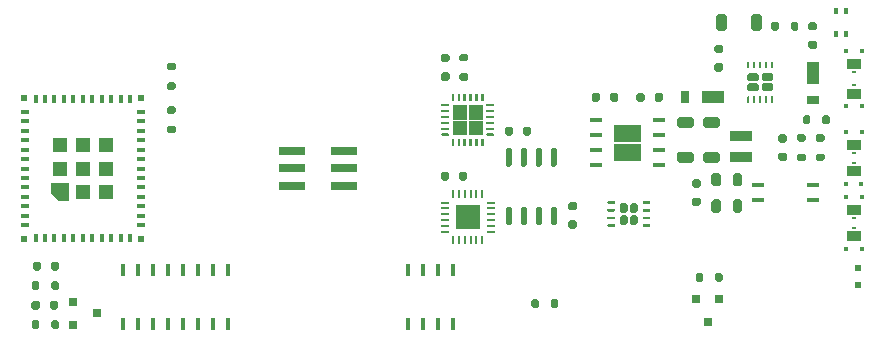
<source format=gtp>
%TF.GenerationSoftware,KiCad,Pcbnew,(5.1.8)-1*%
%TF.CreationDate,2022-04-07T10:59:06+02:00*%
%TF.ProjectId,Hardware,48617264-7761-4726-952e-6b696361645f,rev?*%
%TF.SameCoordinates,Original*%
%TF.FileFunction,Paste,Top*%
%TF.FilePolarity,Positive*%
%FSLAX46Y46*%
G04 Gerber Fmt 4.6, Leading zero omitted, Abs format (unit mm)*
G04 Created by KiCad (PCBNEW (5.1.8)-1) date 2022-04-07 10:59:06*
%MOMM*%
%LPD*%
G01*
G04 APERTURE LIST*
%ADD10C,0.100000*%
%ADD11C,0.010000*%
%ADD12R,0.650240X0.203200*%
%ADD13R,0.203200X0.650240*%
%ADD14R,2.072640X2.072640*%
%ADD15R,0.320000X0.400000*%
%ADD16R,1.280000X0.880000*%
%ADD17R,0.320000X0.280000*%
%ADD18R,2.240000X0.800000*%
%ADD19R,1.097280X0.386080*%
%ADD20R,1.117600X0.447040*%
%ADD21R,0.447040X1.117600*%
%ADD22R,0.720000X0.640000*%
%ADD23R,0.320000X0.600000*%
%ADD24R,1.920000X1.120000*%
%ADD25R,0.720000X1.120000*%
%ADD26R,0.560000X0.560000*%
%ADD27R,1.160000X1.160000*%
%ADD28R,0.640000X0.320000*%
%ADD29R,0.320000X0.640000*%
%ADD30R,0.640000X0.720000*%
%ADD31R,1.920000X0.840000*%
%ADD32R,1.120000X1.920000*%
%ADD33R,1.120000X0.720000*%
%ADD34R,0.560000X0.480000*%
G04 APERTURE END LIST*
D10*
%TO.C,U7*%
G36*
X75284000Y-107732500D02*
G01*
X75284000Y-109132700D01*
X77497000Y-109132700D01*
X77497000Y-107732500D01*
X75284000Y-107732500D01*
G37*
X75284000Y-107732500D02*
X75284000Y-109132700D01*
X77497000Y-109132700D01*
X77497000Y-107732500D01*
X75284000Y-107732500D01*
G36*
X75284000Y-106132300D02*
G01*
X75284000Y-107532500D01*
X77497000Y-107532500D01*
X77497000Y-106132300D01*
X75284000Y-106132300D01*
G37*
X75284000Y-106132300D02*
X75284000Y-107532500D01*
X77497000Y-107532500D01*
X77497000Y-106132300D01*
X75284000Y-106132300D01*
%TO.C,U4*%
G36*
X61644200Y-104506700D02*
G01*
X61644200Y-105627500D01*
X62765000Y-105627500D01*
X62765000Y-104506700D01*
X61644200Y-104506700D01*
G37*
X61644200Y-104506700D02*
X61644200Y-105627500D01*
X62765000Y-105627500D01*
X62765000Y-104506700D01*
X61644200Y-104506700D01*
G36*
X61644200Y-105827500D02*
G01*
X61644200Y-106948300D01*
X62765000Y-106948300D01*
X62765000Y-105827500D01*
X61644200Y-105827500D01*
G37*
X61644200Y-105827500D02*
X61644200Y-106948300D01*
X62765000Y-106948300D01*
X62765000Y-105827500D01*
X61644200Y-105827500D01*
G36*
X62965000Y-104506700D02*
G01*
X62965000Y-105627500D01*
X64085800Y-105627500D01*
X64085800Y-104506700D01*
X62965000Y-104506700D01*
G37*
X62965000Y-104506700D02*
X62965000Y-105627500D01*
X64085800Y-105627500D01*
X64085800Y-104506700D01*
X62965000Y-104506700D01*
G36*
X62965000Y-105827500D02*
G01*
X62965000Y-106948300D01*
X64085800Y-106948300D01*
X64085800Y-105827500D01*
X62965000Y-105827500D01*
G37*
X62965000Y-105827500D02*
X62965000Y-106948300D01*
X64085800Y-106948300D01*
X64085800Y-105827500D01*
X62965000Y-105827500D01*
D11*
%TO.C,U2*%
G36*
X29036500Y-111105000D02*
G01*
X29036500Y-112555000D01*
X28186500Y-112555000D01*
X27586500Y-111955000D01*
X27586500Y-111105000D01*
X29036500Y-111105000D01*
G37*
X29036500Y-111105000D02*
X29036500Y-112555000D01*
X28186500Y-112555000D01*
X27586500Y-111955000D01*
X27586500Y-111105000D01*
X29036500Y-111105000D01*
%TD*%
%TO.C,U3*%
G36*
G01*
X76597500Y-114458500D02*
X76597500Y-113973500D01*
G75*
G02*
X76770000Y-113801000I172500J0D01*
G01*
X77115000Y-113801000D01*
G75*
G02*
X77287500Y-113973500I0J-172500D01*
G01*
X77287500Y-114458500D01*
G75*
G02*
X77115000Y-114631000I-172500J0D01*
G01*
X76770000Y-114631000D01*
G75*
G02*
X76597500Y-114458500I0J172500D01*
G01*
G37*
G36*
G01*
X76597500Y-113438500D02*
X76597500Y-112953500D01*
G75*
G02*
X76770000Y-112781000I172500J0D01*
G01*
X77115000Y-112781000D01*
G75*
G02*
X77287500Y-112953500I0J-172500D01*
G01*
X77287500Y-113438500D01*
G75*
G02*
X77115000Y-113611000I-172500J0D01*
G01*
X76770000Y-113611000D01*
G75*
G02*
X76597500Y-113438500I0J172500D01*
G01*
G37*
G36*
G01*
X75747500Y-114458500D02*
X75747500Y-113973500D01*
G75*
G02*
X75920000Y-113801000I172500J0D01*
G01*
X76265000Y-113801000D01*
G75*
G02*
X76437500Y-113973500I0J-172500D01*
G01*
X76437500Y-114458500D01*
G75*
G02*
X76265000Y-114631000I-172500J0D01*
G01*
X75920000Y-114631000D01*
G75*
G02*
X75747500Y-114458500I0J172500D01*
G01*
G37*
G36*
G01*
X75747500Y-113438500D02*
X75747500Y-112953500D01*
G75*
G02*
X75920000Y-112781000I172500J0D01*
G01*
X76265000Y-112781000D01*
G75*
G02*
X76437500Y-112953500I0J-172500D01*
G01*
X76437500Y-113438500D01*
G75*
G02*
X76265000Y-113611000I-172500J0D01*
G01*
X75920000Y-113611000D01*
G75*
G02*
X75747500Y-113438500I0J172500D01*
G01*
G37*
G36*
G01*
X77697500Y-112791000D02*
X77697500Y-112671000D01*
G75*
G02*
X77757500Y-112611000I60000J0D01*
G01*
X78277500Y-112611000D01*
G75*
G02*
X78337500Y-112671000I0J-60000D01*
G01*
X78337500Y-112791000D01*
G75*
G02*
X78277500Y-112851000I-60000J0D01*
G01*
X77757500Y-112851000D01*
G75*
G02*
X77697500Y-112791000I0J60000D01*
G01*
G37*
G36*
G01*
X77697500Y-113441000D02*
X77697500Y-113321000D01*
G75*
G02*
X77757500Y-113261000I60000J0D01*
G01*
X78277500Y-113261000D01*
G75*
G02*
X78337500Y-113321000I0J-60000D01*
G01*
X78337500Y-113441000D01*
G75*
G02*
X78277500Y-113501000I-60000J0D01*
G01*
X77757500Y-113501000D01*
G75*
G02*
X77697500Y-113441000I0J60000D01*
G01*
G37*
G36*
G01*
X77697500Y-114091000D02*
X77697500Y-113971000D01*
G75*
G02*
X77757500Y-113911000I60000J0D01*
G01*
X78277500Y-113911000D01*
G75*
G02*
X78337500Y-113971000I0J-60000D01*
G01*
X78337500Y-114091000D01*
G75*
G02*
X78277500Y-114151000I-60000J0D01*
G01*
X77757500Y-114151000D01*
G75*
G02*
X77697500Y-114091000I0J60000D01*
G01*
G37*
G36*
G01*
X77697500Y-114741000D02*
X77697500Y-114621000D01*
G75*
G02*
X77757500Y-114561000I60000J0D01*
G01*
X78277500Y-114561000D01*
G75*
G02*
X78337500Y-114621000I0J-60000D01*
G01*
X78337500Y-114741000D01*
G75*
G02*
X78277500Y-114801000I-60000J0D01*
G01*
X77757500Y-114801000D01*
G75*
G02*
X77697500Y-114741000I0J60000D01*
G01*
G37*
G36*
G01*
X74697500Y-114741000D02*
X74697500Y-114621000D01*
G75*
G02*
X74757500Y-114561000I60000J0D01*
G01*
X75277500Y-114561000D01*
G75*
G02*
X75337500Y-114621000I0J-60000D01*
G01*
X75337500Y-114741000D01*
G75*
G02*
X75277500Y-114801000I-60000J0D01*
G01*
X74757500Y-114801000D01*
G75*
G02*
X74697500Y-114741000I0J60000D01*
G01*
G37*
G36*
G01*
X74697500Y-114091000D02*
X74697500Y-113971000D01*
G75*
G02*
X74757500Y-113911000I60000J0D01*
G01*
X75277500Y-113911000D01*
G75*
G02*
X75337500Y-113971000I0J-60000D01*
G01*
X75337500Y-114091000D01*
G75*
G02*
X75277500Y-114151000I-60000J0D01*
G01*
X74757500Y-114151000D01*
G75*
G02*
X74697500Y-114091000I0J60000D01*
G01*
G37*
G36*
G01*
X74697500Y-113441000D02*
X74697500Y-113321000D01*
G75*
G02*
X74757500Y-113261000I60000J0D01*
G01*
X75277500Y-113261000D01*
G75*
G02*
X75337500Y-113321000I0J-60000D01*
G01*
X75337500Y-113441000D01*
G75*
G02*
X75277500Y-113501000I-60000J0D01*
G01*
X74757500Y-113501000D01*
G75*
G02*
X74697500Y-113441000I0J60000D01*
G01*
G37*
G36*
G01*
X74697500Y-112791000D02*
X74697500Y-112671000D01*
G75*
G02*
X74757500Y-112611000I60000J0D01*
G01*
X75277500Y-112611000D01*
G75*
G02*
X75337500Y-112671000I0J-60000D01*
G01*
X75337500Y-112791000D01*
G75*
G02*
X75277500Y-112851000I-60000J0D01*
G01*
X74757500Y-112851000D01*
G75*
G02*
X74697500Y-112791000I0J60000D01*
G01*
G37*
%TD*%
%TO.C,U6*%
G36*
G01*
X88587500Y-102472500D02*
X87922500Y-102472500D01*
G75*
G02*
X87750000Y-102300000I0J172500D01*
G01*
X87750000Y-101955000D01*
G75*
G02*
X87922500Y-101782500I172500J0D01*
G01*
X88587500Y-101782500D01*
G75*
G02*
X88760000Y-101955000I0J-172500D01*
G01*
X88760000Y-102300000D01*
G75*
G02*
X88587500Y-102472500I-172500J0D01*
G01*
G37*
G36*
G01*
X87337500Y-102472500D02*
X86672500Y-102472500D01*
G75*
G02*
X86500000Y-102300000I0J172500D01*
G01*
X86500000Y-101955000D01*
G75*
G02*
X86672500Y-101782500I172500J0D01*
G01*
X87337500Y-101782500D01*
G75*
G02*
X87510000Y-101955000I0J-172500D01*
G01*
X87510000Y-102300000D01*
G75*
G02*
X87337500Y-102472500I-172500J0D01*
G01*
G37*
G36*
G01*
X88587500Y-103322500D02*
X87922500Y-103322500D01*
G75*
G02*
X87750000Y-103150000I0J172500D01*
G01*
X87750000Y-102805000D01*
G75*
G02*
X87922500Y-102632500I172500J0D01*
G01*
X88587500Y-102632500D01*
G75*
G02*
X88760000Y-102805000I0J-172500D01*
G01*
X88760000Y-103150000D01*
G75*
G02*
X88587500Y-103322500I-172500J0D01*
G01*
G37*
G36*
G01*
X87337500Y-103322500D02*
X86672500Y-103322500D01*
G75*
G02*
X86500000Y-103150000I0J172500D01*
G01*
X86500000Y-102805000D01*
G75*
G02*
X86672500Y-102632500I172500J0D01*
G01*
X87337500Y-102632500D01*
G75*
G02*
X87510000Y-102805000I0J-172500D01*
G01*
X87510000Y-103150000D01*
G75*
G02*
X87337500Y-103322500I-172500J0D01*
G01*
G37*
G36*
G01*
X86680000Y-101370000D02*
X86580000Y-101370000D01*
G75*
G02*
X86530000Y-101320000I0J50000D01*
G01*
X86530000Y-100860000D01*
G75*
G02*
X86580000Y-100810000I50000J0D01*
G01*
X86680000Y-100810000D01*
G75*
G02*
X86730000Y-100860000I0J-50000D01*
G01*
X86730000Y-101320000D01*
G75*
G02*
X86680000Y-101370000I-50000J0D01*
G01*
G37*
G36*
G01*
X87180000Y-101370000D02*
X87080000Y-101370000D01*
G75*
G02*
X87030000Y-101320000I0J50000D01*
G01*
X87030000Y-100860000D01*
G75*
G02*
X87080000Y-100810000I50000J0D01*
G01*
X87180000Y-100810000D01*
G75*
G02*
X87230000Y-100860000I0J-50000D01*
G01*
X87230000Y-101320000D01*
G75*
G02*
X87180000Y-101370000I-50000J0D01*
G01*
G37*
G36*
G01*
X87680000Y-101370000D02*
X87580000Y-101370000D01*
G75*
G02*
X87530000Y-101320000I0J50000D01*
G01*
X87530000Y-100860000D01*
G75*
G02*
X87580000Y-100810000I50000J0D01*
G01*
X87680000Y-100810000D01*
G75*
G02*
X87730000Y-100860000I0J-50000D01*
G01*
X87730000Y-101320000D01*
G75*
G02*
X87680000Y-101370000I-50000J0D01*
G01*
G37*
G36*
G01*
X88180000Y-101370000D02*
X88080000Y-101370000D01*
G75*
G02*
X88030000Y-101320000I0J50000D01*
G01*
X88030000Y-100860000D01*
G75*
G02*
X88080000Y-100810000I50000J0D01*
G01*
X88180000Y-100810000D01*
G75*
G02*
X88230000Y-100860000I0J-50000D01*
G01*
X88230000Y-101320000D01*
G75*
G02*
X88180000Y-101370000I-50000J0D01*
G01*
G37*
G36*
G01*
X88680000Y-101370000D02*
X88580000Y-101370000D01*
G75*
G02*
X88530000Y-101320000I0J50000D01*
G01*
X88530000Y-100860000D01*
G75*
G02*
X88580000Y-100810000I50000J0D01*
G01*
X88680000Y-100810000D01*
G75*
G02*
X88730000Y-100860000I0J-50000D01*
G01*
X88730000Y-101320000D01*
G75*
G02*
X88680000Y-101370000I-50000J0D01*
G01*
G37*
G36*
G01*
X88680000Y-104295000D02*
X88580000Y-104295000D01*
G75*
G02*
X88530000Y-104245000I0J50000D01*
G01*
X88530000Y-103785000D01*
G75*
G02*
X88580000Y-103735000I50000J0D01*
G01*
X88680000Y-103735000D01*
G75*
G02*
X88730000Y-103785000I0J-50000D01*
G01*
X88730000Y-104245000D01*
G75*
G02*
X88680000Y-104295000I-50000J0D01*
G01*
G37*
G36*
G01*
X88180000Y-104295000D02*
X88080000Y-104295000D01*
G75*
G02*
X88030000Y-104245000I0J50000D01*
G01*
X88030000Y-103785000D01*
G75*
G02*
X88080000Y-103735000I50000J0D01*
G01*
X88180000Y-103735000D01*
G75*
G02*
X88230000Y-103785000I0J-50000D01*
G01*
X88230000Y-104245000D01*
G75*
G02*
X88180000Y-104295000I-50000J0D01*
G01*
G37*
G36*
G01*
X87680000Y-104295000D02*
X87580000Y-104295000D01*
G75*
G02*
X87530000Y-104245000I0J50000D01*
G01*
X87530000Y-103785000D01*
G75*
G02*
X87580000Y-103735000I50000J0D01*
G01*
X87680000Y-103735000D01*
G75*
G02*
X87730000Y-103785000I0J-50000D01*
G01*
X87730000Y-104245000D01*
G75*
G02*
X87680000Y-104295000I-50000J0D01*
G01*
G37*
G36*
G01*
X87180000Y-104295000D02*
X87080000Y-104295000D01*
G75*
G02*
X87030000Y-104245000I0J50000D01*
G01*
X87030000Y-103785000D01*
G75*
G02*
X87080000Y-103735000I50000J0D01*
G01*
X87180000Y-103735000D01*
G75*
G02*
X87230000Y-103785000I0J-50000D01*
G01*
X87230000Y-104245000D01*
G75*
G02*
X87180000Y-104295000I-50000J0D01*
G01*
G37*
G36*
G01*
X86680000Y-104295000D02*
X86580000Y-104295000D01*
G75*
G02*
X86530000Y-104245000I0J50000D01*
G01*
X86530000Y-103785000D01*
G75*
G02*
X86580000Y-103735000I50000J0D01*
G01*
X86680000Y-103735000D01*
G75*
G02*
X86730000Y-103785000I0J-50000D01*
G01*
X86730000Y-104245000D01*
G75*
G02*
X86680000Y-104295000I-50000J0D01*
G01*
G37*
%TD*%
D12*
%TO.C,U5*%
X60921900Y-112732500D03*
X60921900Y-113232499D03*
X60921900Y-113732500D03*
X60921900Y-114232500D03*
X60921900Y-114732501D03*
X60921900Y-115232500D03*
D13*
X61615000Y-115925600D03*
X62114999Y-115925600D03*
X62615000Y-115925600D03*
X63115000Y-115925600D03*
X63615001Y-115925600D03*
X64115000Y-115925600D03*
D12*
X64808100Y-115232500D03*
X64808100Y-114732501D03*
X64808100Y-114232500D03*
X64808100Y-113732500D03*
X64808100Y-113232499D03*
X64808100Y-112732500D03*
D13*
X64115000Y-112039400D03*
X63615001Y-112039400D03*
X63115000Y-112039400D03*
X62615000Y-112039400D03*
X62114999Y-112039400D03*
X61615000Y-112039400D03*
D14*
X62865000Y-113982500D03*
%TD*%
%TO.C,U8*%
G36*
G01*
X66477500Y-109682500D02*
X66237500Y-109682500D01*
G75*
G02*
X66117500Y-109562500I0J120000D01*
G01*
X66117500Y-108242500D01*
G75*
G02*
X66237500Y-108122500I120000J0D01*
G01*
X66477500Y-108122500D01*
G75*
G02*
X66597500Y-108242500I0J-120000D01*
G01*
X66597500Y-109562500D01*
G75*
G02*
X66477500Y-109682500I-120000J0D01*
G01*
G37*
G36*
G01*
X67747500Y-109682500D02*
X67507500Y-109682500D01*
G75*
G02*
X67387500Y-109562500I0J120000D01*
G01*
X67387500Y-108242500D01*
G75*
G02*
X67507500Y-108122500I120000J0D01*
G01*
X67747500Y-108122500D01*
G75*
G02*
X67867500Y-108242500I0J-120000D01*
G01*
X67867500Y-109562500D01*
G75*
G02*
X67747500Y-109682500I-120000J0D01*
G01*
G37*
G36*
G01*
X69017500Y-109682500D02*
X68777500Y-109682500D01*
G75*
G02*
X68657500Y-109562500I0J120000D01*
G01*
X68657500Y-108242500D01*
G75*
G02*
X68777500Y-108122500I120000J0D01*
G01*
X69017500Y-108122500D01*
G75*
G02*
X69137500Y-108242500I0J-120000D01*
G01*
X69137500Y-109562500D01*
G75*
G02*
X69017500Y-109682500I-120000J0D01*
G01*
G37*
G36*
G01*
X70287500Y-109682500D02*
X70047500Y-109682500D01*
G75*
G02*
X69927500Y-109562500I0J120000D01*
G01*
X69927500Y-108242500D01*
G75*
G02*
X70047500Y-108122500I120000J0D01*
G01*
X70287500Y-108122500D01*
G75*
G02*
X70407500Y-108242500I0J-120000D01*
G01*
X70407500Y-109562500D01*
G75*
G02*
X70287500Y-109682500I-120000J0D01*
G01*
G37*
G36*
G01*
X70287500Y-114632500D02*
X70047500Y-114632500D01*
G75*
G02*
X69927500Y-114512500I0J120000D01*
G01*
X69927500Y-113192500D01*
G75*
G02*
X70047500Y-113072500I120000J0D01*
G01*
X70287500Y-113072500D01*
G75*
G02*
X70407500Y-113192500I0J-120000D01*
G01*
X70407500Y-114512500D01*
G75*
G02*
X70287500Y-114632500I-120000J0D01*
G01*
G37*
G36*
G01*
X69017500Y-114632500D02*
X68777500Y-114632500D01*
G75*
G02*
X68657500Y-114512500I0J120000D01*
G01*
X68657500Y-113192500D01*
G75*
G02*
X68777500Y-113072500I120000J0D01*
G01*
X69017500Y-113072500D01*
G75*
G02*
X69137500Y-113192500I0J-120000D01*
G01*
X69137500Y-114512500D01*
G75*
G02*
X69017500Y-114632500I-120000J0D01*
G01*
G37*
G36*
G01*
X67747500Y-114632500D02*
X67507500Y-114632500D01*
G75*
G02*
X67387500Y-114512500I0J120000D01*
G01*
X67387500Y-113192500D01*
G75*
G02*
X67507500Y-113072500I120000J0D01*
G01*
X67747500Y-113072500D01*
G75*
G02*
X67867500Y-113192500I0J-120000D01*
G01*
X67867500Y-114512500D01*
G75*
G02*
X67747500Y-114632500I-120000J0D01*
G01*
G37*
G36*
G01*
X66477500Y-114632500D02*
X66237500Y-114632500D01*
G75*
G02*
X66117500Y-114512500I0J120000D01*
G01*
X66117500Y-113192500D01*
G75*
G02*
X66237500Y-113072500I120000J0D01*
G01*
X66477500Y-113072500D01*
G75*
G02*
X66597500Y-113192500I0J-120000D01*
G01*
X66597500Y-114512500D01*
G75*
G02*
X66477500Y-114632500I-120000J0D01*
G01*
G37*
%TD*%
%TO.C,C14*%
G36*
G01*
X67547500Y-106880000D02*
X67547500Y-106480000D01*
G75*
G02*
X67727500Y-106300000I180000J0D01*
G01*
X68087500Y-106300000D01*
G75*
G02*
X68267500Y-106480000I0J-180000D01*
G01*
X68267500Y-106880000D01*
G75*
G02*
X68087500Y-107060000I-180000J0D01*
G01*
X67727500Y-107060000D01*
G75*
G02*
X67547500Y-106880000I0J180000D01*
G01*
G37*
G36*
G01*
X65997500Y-106880000D02*
X65997500Y-106480000D01*
G75*
G02*
X66177500Y-106300000I180000J0D01*
G01*
X66537500Y-106300000D01*
G75*
G02*
X66717500Y-106480000I0J-180000D01*
G01*
X66717500Y-106880000D01*
G75*
G02*
X66537500Y-107060000I-180000J0D01*
G01*
X66177500Y-107060000D01*
G75*
G02*
X65997500Y-106880000I0J180000D01*
G01*
G37*
%TD*%
%TO.C,R21*%
G36*
G01*
X68900000Y-121065000D02*
X68900000Y-121505000D01*
G75*
G02*
X68740000Y-121665000I-160000J0D01*
G01*
X68420000Y-121665000D01*
G75*
G02*
X68260000Y-121505000I0J160000D01*
G01*
X68260000Y-121065000D01*
G75*
G02*
X68420000Y-120905000I160000J0D01*
G01*
X68740000Y-120905000D01*
G75*
G02*
X68900000Y-121065000I0J-160000D01*
G01*
G37*
G36*
G01*
X70550000Y-121065000D02*
X70550000Y-121505000D01*
G75*
G02*
X70390000Y-121665000I-160000J0D01*
G01*
X70070000Y-121665000D01*
G75*
G02*
X69910000Y-121505000I0J160000D01*
G01*
X69910000Y-121065000D01*
G75*
G02*
X70070000Y-120905000I160000J0D01*
G01*
X70390000Y-120905000D01*
G75*
G02*
X70550000Y-121065000I0J-160000D01*
G01*
G37*
%TD*%
D15*
%TO.C,D9*%
X94917500Y-116620000D03*
X96217500Y-116620000D03*
D16*
X95567500Y-115570000D03*
D17*
X95567500Y-114845000D03*
%TD*%
D15*
%TO.C,D8*%
X96217500Y-106773000D03*
X94917500Y-106773000D03*
D16*
X95567500Y-107823000D03*
D17*
X95567500Y-108548000D03*
%TD*%
D15*
%TO.C,D7*%
X96217500Y-99915000D03*
X94917500Y-99915000D03*
D16*
X95567500Y-100965000D03*
D17*
X95567500Y-101690000D03*
%TD*%
D15*
%TO.C,D6*%
X96217500Y-112297500D03*
X94917500Y-112297500D03*
D16*
X95567500Y-113347500D03*
D17*
X95567500Y-114072500D03*
%TD*%
D15*
%TO.C,D5*%
X94902500Y-111125000D03*
X96202500Y-111125000D03*
D16*
X95552500Y-110075000D03*
D17*
X95552500Y-109350000D03*
%TD*%
D15*
%TO.C,D4*%
X94917500Y-104555000D03*
X96217500Y-104555000D03*
D16*
X95567500Y-103505000D03*
D17*
X95567500Y-102780000D03*
%TD*%
%TO.C,R16*%
G36*
G01*
X85315000Y-111167502D02*
X85315000Y-110447498D01*
G75*
G02*
X85514998Y-110247500I199998J0D01*
G01*
X85935002Y-110247500D01*
G75*
G02*
X86135000Y-110447498I0J-199998D01*
G01*
X86135000Y-111167502D01*
G75*
G02*
X85935002Y-111367500I-199998J0D01*
G01*
X85514998Y-111367500D01*
G75*
G02*
X85315000Y-111167502I0J199998D01*
G01*
G37*
G36*
G01*
X83490000Y-111167502D02*
X83490000Y-110447498D01*
G75*
G02*
X83689998Y-110247500I199998J0D01*
G01*
X84110002Y-110247500D01*
G75*
G02*
X84310000Y-110447498I0J-199998D01*
G01*
X84310000Y-111167502D01*
G75*
G02*
X84110002Y-111367500I-199998J0D01*
G01*
X83689998Y-111367500D01*
G75*
G02*
X83490000Y-111167502I0J199998D01*
G01*
G37*
%TD*%
%TO.C,R15*%
G36*
G01*
X84310000Y-112669998D02*
X84310000Y-113390002D01*
G75*
G02*
X84110002Y-113590000I-199998J0D01*
G01*
X83689998Y-113590000D01*
G75*
G02*
X83490000Y-113390002I0J199998D01*
G01*
X83490000Y-112669998D01*
G75*
G02*
X83689998Y-112470000I199998J0D01*
G01*
X84110002Y-112470000D01*
G75*
G02*
X84310000Y-112669998I0J-199998D01*
G01*
G37*
G36*
G01*
X86135000Y-112669998D02*
X86135000Y-113390002D01*
G75*
G02*
X85935002Y-113590000I-199998J0D01*
G01*
X85514998Y-113590000D01*
G75*
G02*
X85315000Y-113390002I0J199998D01*
G01*
X85315000Y-112669998D01*
G75*
G02*
X85514998Y-112470000I199998J0D01*
G01*
X85935002Y-112470000D01*
G75*
G02*
X86135000Y-112669998I0J-199998D01*
G01*
G37*
%TD*%
D18*
%TO.C,LED1*%
X47963900Y-111339999D03*
X47963900Y-109840000D03*
X47963900Y-108340001D03*
X52366100Y-108340001D03*
X52366100Y-109840000D03*
X52366100Y-111339999D03*
%TD*%
D19*
%TO.C,U7*%
X73723500Y-105727500D03*
X73723500Y-106997500D03*
X73723500Y-108267500D03*
X73723500Y-109537500D03*
X79057500Y-109537500D03*
X79057500Y-108267500D03*
X79057500Y-106997500D03*
X79057500Y-105727500D03*
%TD*%
D20*
%TO.C,SW1*%
X87468000Y-111252000D03*
X87468000Y-112522000D03*
X92075000Y-112522000D03*
X92075000Y-111252000D03*
%TD*%
D21*
%TO.C,SW3*%
X57785000Y-123034500D03*
X59055000Y-123034500D03*
X60325000Y-123034500D03*
X61595000Y-123034500D03*
X61595000Y-118427500D03*
X60325000Y-118427500D03*
X59055000Y-118427500D03*
X57785000Y-118427500D03*
%TD*%
%TO.C,C12*%
G36*
G01*
X74913500Y-104022500D02*
X74913500Y-103622500D01*
G75*
G02*
X75093500Y-103442500I180000J0D01*
G01*
X75453500Y-103442500D01*
G75*
G02*
X75633500Y-103622500I0J-180000D01*
G01*
X75633500Y-104022500D01*
G75*
G02*
X75453500Y-104202500I-180000J0D01*
G01*
X75093500Y-104202500D01*
G75*
G02*
X74913500Y-104022500I0J180000D01*
G01*
G37*
G36*
G01*
X73363500Y-104022500D02*
X73363500Y-103622500D01*
G75*
G02*
X73543500Y-103442500I180000J0D01*
G01*
X73903500Y-103442500D01*
G75*
G02*
X74083500Y-103622500I0J-180000D01*
G01*
X74083500Y-104022500D01*
G75*
G02*
X73903500Y-104202500I-180000J0D01*
G01*
X73543500Y-104202500D01*
G75*
G02*
X73363500Y-104022500I0J180000D01*
G01*
G37*
%TD*%
%TO.C,C11*%
G36*
G01*
X77867500Y-103622500D02*
X77867500Y-104022500D01*
G75*
G02*
X77687500Y-104202500I-180000J0D01*
G01*
X77327500Y-104202500D01*
G75*
G02*
X77147500Y-104022500I0J180000D01*
G01*
X77147500Y-103622500D01*
G75*
G02*
X77327500Y-103442500I180000J0D01*
G01*
X77687500Y-103442500D01*
G75*
G02*
X77867500Y-103622500I0J-180000D01*
G01*
G37*
G36*
G01*
X79417500Y-103622500D02*
X79417500Y-104022500D01*
G75*
G02*
X79237500Y-104202500I-180000J0D01*
G01*
X78877500Y-104202500D01*
G75*
G02*
X78697500Y-104022500I0J180000D01*
G01*
X78697500Y-103622500D01*
G75*
G02*
X78877500Y-103442500I180000J0D01*
G01*
X79237500Y-103442500D01*
G75*
G02*
X79417500Y-103622500I0J-180000D01*
G01*
G37*
%TD*%
%TO.C,C10*%
G36*
G01*
X84022501Y-106412500D02*
X82982499Y-106412500D01*
G75*
G02*
X82782500Y-106212501I0J199999D01*
G01*
X82782500Y-105692499D01*
G75*
G02*
X82982499Y-105492500I199999J0D01*
G01*
X84022501Y-105492500D01*
G75*
G02*
X84222500Y-105692499I0J-199999D01*
G01*
X84222500Y-106212501D01*
G75*
G02*
X84022501Y-106412500I-199999J0D01*
G01*
G37*
G36*
G01*
X84022501Y-109362500D02*
X82982499Y-109362500D01*
G75*
G02*
X82782500Y-109162501I0J199999D01*
G01*
X82782500Y-108642499D01*
G75*
G02*
X82982499Y-108442500I199999J0D01*
G01*
X84022501Y-108442500D01*
G75*
G02*
X84222500Y-108642499I0J-199999D01*
G01*
X84222500Y-109162501D01*
G75*
G02*
X84022501Y-109362500I-199999J0D01*
G01*
G37*
%TD*%
%TO.C,C6*%
G36*
G01*
X61294000Y-110290000D02*
X61294000Y-110690000D01*
G75*
G02*
X61114000Y-110870000I-180000J0D01*
G01*
X60754000Y-110870000D01*
G75*
G02*
X60574000Y-110690000I0J180000D01*
G01*
X60574000Y-110290000D01*
G75*
G02*
X60754000Y-110110000I180000J0D01*
G01*
X61114000Y-110110000D01*
G75*
G02*
X61294000Y-110290000I0J-180000D01*
G01*
G37*
G36*
G01*
X62844000Y-110290000D02*
X62844000Y-110690000D01*
G75*
G02*
X62664000Y-110870000I-180000J0D01*
G01*
X62304000Y-110870000D01*
G75*
G02*
X62124000Y-110690000I0J180000D01*
G01*
X62124000Y-110290000D01*
G75*
G02*
X62304000Y-110110000I180000J0D01*
G01*
X62664000Y-110110000D01*
G75*
G02*
X62844000Y-110290000I0J-180000D01*
G01*
G37*
%TD*%
%TO.C,SW2*%
X33655000Y-123034500D03*
X34925000Y-123034500D03*
X36195000Y-123034500D03*
X37465000Y-123034500D03*
X38735000Y-123034500D03*
X40005000Y-123034500D03*
X41275000Y-123034500D03*
X42545000Y-123034500D03*
X42545000Y-118427500D03*
X41275000Y-118427500D03*
X40005000Y-118427500D03*
X38735000Y-118427500D03*
X37465000Y-118427500D03*
X36195000Y-118427500D03*
X34925000Y-118427500D03*
X33655000Y-118427500D03*
%TD*%
D22*
%TO.C,U1*%
X31464000Y-122113000D03*
X29464000Y-123063000D03*
X29464000Y-121163000D03*
%TD*%
%TO.C,R10*%
G36*
G01*
X26609000Y-122843000D02*
X26609000Y-123283000D01*
G75*
G02*
X26449000Y-123443000I-160000J0D01*
G01*
X26129000Y-123443000D01*
G75*
G02*
X25969000Y-123283000I0J160000D01*
G01*
X25969000Y-122843000D01*
G75*
G02*
X26129000Y-122683000I160000J0D01*
G01*
X26449000Y-122683000D01*
G75*
G02*
X26609000Y-122843000I0J-160000D01*
G01*
G37*
G36*
G01*
X28259000Y-122843000D02*
X28259000Y-123283000D01*
G75*
G02*
X28099000Y-123443000I-160000J0D01*
G01*
X27779000Y-123443000D01*
G75*
G02*
X27619000Y-123283000I0J160000D01*
G01*
X27619000Y-122843000D01*
G75*
G02*
X27779000Y-122683000I160000J0D01*
G01*
X28099000Y-122683000D01*
G75*
G02*
X28259000Y-122843000I0J-160000D01*
G01*
G37*
%TD*%
%TO.C,R5*%
G36*
G01*
X38002500Y-101540000D02*
X37562500Y-101540000D01*
G75*
G02*
X37402500Y-101380000I0J160000D01*
G01*
X37402500Y-101060000D01*
G75*
G02*
X37562500Y-100900000I160000J0D01*
G01*
X38002500Y-100900000D01*
G75*
G02*
X38162500Y-101060000I0J-160000D01*
G01*
X38162500Y-101380000D01*
G75*
G02*
X38002500Y-101540000I-160000J0D01*
G01*
G37*
G36*
G01*
X38002500Y-103190000D02*
X37562500Y-103190000D01*
G75*
G02*
X37402500Y-103030000I0J160000D01*
G01*
X37402500Y-102710000D01*
G75*
G02*
X37562500Y-102550000I160000J0D01*
G01*
X38002500Y-102550000D01*
G75*
G02*
X38162500Y-102710000I0J-160000D01*
G01*
X38162500Y-103030000D01*
G75*
G02*
X38002500Y-103190000I-160000J0D01*
G01*
G37*
%TD*%
%TO.C,R13*%
G36*
G01*
X37562500Y-106232500D02*
X38002500Y-106232500D01*
G75*
G02*
X38162500Y-106392500I0J-160000D01*
G01*
X38162500Y-106712500D01*
G75*
G02*
X38002500Y-106872500I-160000J0D01*
G01*
X37562500Y-106872500D01*
G75*
G02*
X37402500Y-106712500I0J160000D01*
G01*
X37402500Y-106392500D01*
G75*
G02*
X37562500Y-106232500I160000J0D01*
G01*
G37*
G36*
G01*
X37562500Y-104582500D02*
X38002500Y-104582500D01*
G75*
G02*
X38162500Y-104742500I0J-160000D01*
G01*
X38162500Y-105062500D01*
G75*
G02*
X38002500Y-105222500I-160000J0D01*
G01*
X37562500Y-105222500D01*
G75*
G02*
X37402500Y-105062500I0J160000D01*
G01*
X37402500Y-104742500D01*
G75*
G02*
X37562500Y-104582500I160000J0D01*
G01*
G37*
%TD*%
%TO.C,C5*%
G36*
G01*
X82032500Y-112315000D02*
X82432500Y-112315000D01*
G75*
G02*
X82612500Y-112495000I0J-180000D01*
G01*
X82612500Y-112855000D01*
G75*
G02*
X82432500Y-113035000I-180000J0D01*
G01*
X82032500Y-113035000D01*
G75*
G02*
X81852500Y-112855000I0J180000D01*
G01*
X81852500Y-112495000D01*
G75*
G02*
X82032500Y-112315000I180000J0D01*
G01*
G37*
G36*
G01*
X82032500Y-110765000D02*
X82432500Y-110765000D01*
G75*
G02*
X82612500Y-110945000I0J-180000D01*
G01*
X82612500Y-111305000D01*
G75*
G02*
X82432500Y-111485000I-180000J0D01*
G01*
X82032500Y-111485000D01*
G75*
G02*
X81852500Y-111305000I0J180000D01*
G01*
X81852500Y-110945000D01*
G75*
G02*
X82032500Y-110765000I180000J0D01*
G01*
G37*
%TD*%
%TO.C,C4*%
G36*
G01*
X71955000Y-113390000D02*
X71555000Y-113390000D01*
G75*
G02*
X71375000Y-113210000I0J180000D01*
G01*
X71375000Y-112850000D01*
G75*
G02*
X71555000Y-112670000I180000J0D01*
G01*
X71955000Y-112670000D01*
G75*
G02*
X72135000Y-112850000I0J-180000D01*
G01*
X72135000Y-113210000D01*
G75*
G02*
X71955000Y-113390000I-180000J0D01*
G01*
G37*
G36*
G01*
X71955000Y-114940000D02*
X71555000Y-114940000D01*
G75*
G02*
X71375000Y-114760000I0J180000D01*
G01*
X71375000Y-114400000D01*
G75*
G02*
X71555000Y-114220000I180000J0D01*
G01*
X71955000Y-114220000D01*
G75*
G02*
X72135000Y-114400000I0J-180000D01*
G01*
X72135000Y-114760000D01*
G75*
G02*
X71955000Y-114940000I-180000J0D01*
G01*
G37*
%TD*%
D23*
%TO.C,L1*%
X94932500Y-98425000D03*
X94932500Y-96550300D03*
X94032500Y-96550300D03*
X94032500Y-98425000D03*
%TD*%
%TO.C,F1*%
G36*
G01*
X91870000Y-99027500D02*
X92280000Y-99027500D01*
G75*
G02*
X92455000Y-99202500I0J-175000D01*
G01*
X92455000Y-99552500D01*
G75*
G02*
X92280000Y-99727500I-175000J0D01*
G01*
X91870000Y-99727500D01*
G75*
G02*
X91695000Y-99552500I0J175000D01*
G01*
X91695000Y-99202500D01*
G75*
G02*
X91870000Y-99027500I175000J0D01*
G01*
G37*
G36*
G01*
X91870000Y-97452500D02*
X92280000Y-97452500D01*
G75*
G02*
X92455000Y-97627500I0J-175000D01*
G01*
X92455000Y-97977500D01*
G75*
G02*
X92280000Y-98152500I-175000J0D01*
G01*
X91870000Y-98152500D01*
G75*
G02*
X91695000Y-97977500I0J175000D01*
G01*
X91695000Y-97627500D01*
G75*
G02*
X91870000Y-97452500I175000J0D01*
G01*
G37*
%TD*%
D24*
%TO.C,D3*%
X83629500Y-103822500D03*
D25*
X81279500Y-103822500D03*
%TD*%
%TO.C,U4*%
G36*
G01*
X61234320Y-104579100D02*
X60685680Y-104579100D01*
G75*
G02*
X60634880Y-104528300I0J50800D01*
G01*
X60634880Y-104426700D01*
G75*
G02*
X60685680Y-104375900I50800J0D01*
G01*
X61234320Y-104375900D01*
G75*
G02*
X61285120Y-104426700I0J-50800D01*
G01*
X61285120Y-104528300D01*
G75*
G02*
X61234320Y-104579100I-50800J0D01*
G01*
G37*
G36*
G01*
X61234320Y-105079099D02*
X60685680Y-105079099D01*
G75*
G02*
X60634880Y-105028299I0J50800D01*
G01*
X60634880Y-104926699D01*
G75*
G02*
X60685680Y-104875899I50800J0D01*
G01*
X61234320Y-104875899D01*
G75*
G02*
X61285120Y-104926699I0J-50800D01*
G01*
X61285120Y-105028299D01*
G75*
G02*
X61234320Y-105079099I-50800J0D01*
G01*
G37*
G36*
G01*
X61234320Y-105579100D02*
X60685680Y-105579100D01*
G75*
G02*
X60634880Y-105528300I0J50800D01*
G01*
X60634880Y-105426700D01*
G75*
G02*
X60685680Y-105375900I50800J0D01*
G01*
X61234320Y-105375900D01*
G75*
G02*
X61285120Y-105426700I0J-50800D01*
G01*
X61285120Y-105528300D01*
G75*
G02*
X61234320Y-105579100I-50800J0D01*
G01*
G37*
G36*
G01*
X61234320Y-106079100D02*
X60685680Y-106079100D01*
G75*
G02*
X60634880Y-106028300I0J50800D01*
G01*
X60634880Y-105926700D01*
G75*
G02*
X60685680Y-105875900I50800J0D01*
G01*
X61234320Y-105875900D01*
G75*
G02*
X61285120Y-105926700I0J-50800D01*
G01*
X61285120Y-106028300D01*
G75*
G02*
X61234320Y-106079100I-50800J0D01*
G01*
G37*
G36*
G01*
X61234320Y-106579101D02*
X60685680Y-106579101D01*
G75*
G02*
X60634880Y-106528301I0J50800D01*
G01*
X60634880Y-106426701D01*
G75*
G02*
X60685680Y-106375901I50800J0D01*
G01*
X61234320Y-106375901D01*
G75*
G02*
X61285120Y-106426701I0J-50800D01*
G01*
X61285120Y-106528301D01*
G75*
G02*
X61234320Y-106579101I-50800J0D01*
G01*
G37*
G36*
G01*
X61234320Y-107079100D02*
X60685680Y-107079100D01*
G75*
G02*
X60634880Y-107028300I0J50800D01*
G01*
X60634880Y-106926700D01*
G75*
G02*
X60685680Y-106875900I50800J0D01*
G01*
X61234320Y-106875900D01*
G75*
G02*
X61285120Y-106926700I0J-50800D01*
G01*
X61285120Y-107028300D01*
G75*
G02*
X61234320Y-107079100I-50800J0D01*
G01*
G37*
G36*
G01*
X61513400Y-107906820D02*
X61513400Y-107358180D01*
G75*
G02*
X61564200Y-107307380I50800J0D01*
G01*
X61665800Y-107307380D01*
G75*
G02*
X61716600Y-107358180I0J-50800D01*
G01*
X61716600Y-107906820D01*
G75*
G02*
X61665800Y-107957620I-50800J0D01*
G01*
X61564200Y-107957620D01*
G75*
G02*
X61513400Y-107906820I0J50800D01*
G01*
G37*
G36*
G01*
X62013399Y-107906820D02*
X62013399Y-107358180D01*
G75*
G02*
X62064199Y-107307380I50800J0D01*
G01*
X62165799Y-107307380D01*
G75*
G02*
X62216599Y-107358180I0J-50800D01*
G01*
X62216599Y-107906820D01*
G75*
G02*
X62165799Y-107957620I-50800J0D01*
G01*
X62064199Y-107957620D01*
G75*
G02*
X62013399Y-107906820I0J50800D01*
G01*
G37*
G36*
G01*
X62513400Y-107906820D02*
X62513400Y-107358180D01*
G75*
G02*
X62564200Y-107307380I50800J0D01*
G01*
X62665800Y-107307380D01*
G75*
G02*
X62716600Y-107358180I0J-50800D01*
G01*
X62716600Y-107906820D01*
G75*
G02*
X62665800Y-107957620I-50800J0D01*
G01*
X62564200Y-107957620D01*
G75*
G02*
X62513400Y-107906820I0J50800D01*
G01*
G37*
G36*
G01*
X63013400Y-107906820D02*
X63013400Y-107358180D01*
G75*
G02*
X63064200Y-107307380I50800J0D01*
G01*
X63165800Y-107307380D01*
G75*
G02*
X63216600Y-107358180I0J-50800D01*
G01*
X63216600Y-107906820D01*
G75*
G02*
X63165800Y-107957620I-50800J0D01*
G01*
X63064200Y-107957620D01*
G75*
G02*
X63013400Y-107906820I0J50800D01*
G01*
G37*
G36*
G01*
X63513401Y-107906820D02*
X63513401Y-107358180D01*
G75*
G02*
X63564201Y-107307380I50800J0D01*
G01*
X63665801Y-107307380D01*
G75*
G02*
X63716601Y-107358180I0J-50800D01*
G01*
X63716601Y-107906820D01*
G75*
G02*
X63665801Y-107957620I-50800J0D01*
G01*
X63564201Y-107957620D01*
G75*
G02*
X63513401Y-107906820I0J50800D01*
G01*
G37*
G36*
G01*
X64013400Y-107906820D02*
X64013400Y-107358180D01*
G75*
G02*
X64064200Y-107307380I50800J0D01*
G01*
X64165800Y-107307380D01*
G75*
G02*
X64216600Y-107358180I0J-50800D01*
G01*
X64216600Y-107906820D01*
G75*
G02*
X64165800Y-107957620I-50800J0D01*
G01*
X64064200Y-107957620D01*
G75*
G02*
X64013400Y-107906820I0J50800D01*
G01*
G37*
G36*
G01*
X65044320Y-107079100D02*
X64495680Y-107079100D01*
G75*
G02*
X64444880Y-107028300I0J50800D01*
G01*
X64444880Y-106926700D01*
G75*
G02*
X64495680Y-106875900I50800J0D01*
G01*
X65044320Y-106875900D01*
G75*
G02*
X65095120Y-106926700I0J-50800D01*
G01*
X65095120Y-107028300D01*
G75*
G02*
X65044320Y-107079100I-50800J0D01*
G01*
G37*
G36*
G01*
X65044320Y-106579101D02*
X64495680Y-106579101D01*
G75*
G02*
X64444880Y-106528301I0J50800D01*
G01*
X64444880Y-106426701D01*
G75*
G02*
X64495680Y-106375901I50800J0D01*
G01*
X65044320Y-106375901D01*
G75*
G02*
X65095120Y-106426701I0J-50800D01*
G01*
X65095120Y-106528301D01*
G75*
G02*
X65044320Y-106579101I-50800J0D01*
G01*
G37*
G36*
G01*
X65044320Y-106079100D02*
X64495680Y-106079100D01*
G75*
G02*
X64444880Y-106028300I0J50800D01*
G01*
X64444880Y-105926700D01*
G75*
G02*
X64495680Y-105875900I50800J0D01*
G01*
X65044320Y-105875900D01*
G75*
G02*
X65095120Y-105926700I0J-50800D01*
G01*
X65095120Y-106028300D01*
G75*
G02*
X65044320Y-106079100I-50800J0D01*
G01*
G37*
G36*
G01*
X65044320Y-105579100D02*
X64495680Y-105579100D01*
G75*
G02*
X64444880Y-105528300I0J50800D01*
G01*
X64444880Y-105426700D01*
G75*
G02*
X64495680Y-105375900I50800J0D01*
G01*
X65044320Y-105375900D01*
G75*
G02*
X65095120Y-105426700I0J-50800D01*
G01*
X65095120Y-105528300D01*
G75*
G02*
X65044320Y-105579100I-50800J0D01*
G01*
G37*
G36*
G01*
X65044320Y-105079099D02*
X64495680Y-105079099D01*
G75*
G02*
X64444880Y-105028299I0J50800D01*
G01*
X64444880Y-104926699D01*
G75*
G02*
X64495680Y-104875899I50800J0D01*
G01*
X65044320Y-104875899D01*
G75*
G02*
X65095120Y-104926699I0J-50800D01*
G01*
X65095120Y-105028299D01*
G75*
G02*
X65044320Y-105079099I-50800J0D01*
G01*
G37*
G36*
G01*
X65044320Y-104579100D02*
X64495680Y-104579100D01*
G75*
G02*
X64444880Y-104528300I0J50800D01*
G01*
X64444880Y-104426700D01*
G75*
G02*
X64495680Y-104375900I50800J0D01*
G01*
X65044320Y-104375900D01*
G75*
G02*
X65095120Y-104426700I0J-50800D01*
G01*
X65095120Y-104528300D01*
G75*
G02*
X65044320Y-104579100I-50800J0D01*
G01*
G37*
G36*
G01*
X64013400Y-104096820D02*
X64013400Y-103548180D01*
G75*
G02*
X64064200Y-103497380I50800J0D01*
G01*
X64165800Y-103497380D01*
G75*
G02*
X64216600Y-103548180I0J-50800D01*
G01*
X64216600Y-104096820D01*
G75*
G02*
X64165800Y-104147620I-50800J0D01*
G01*
X64064200Y-104147620D01*
G75*
G02*
X64013400Y-104096820I0J50800D01*
G01*
G37*
G36*
G01*
X63513401Y-104096820D02*
X63513401Y-103548180D01*
G75*
G02*
X63564201Y-103497380I50800J0D01*
G01*
X63665801Y-103497380D01*
G75*
G02*
X63716601Y-103548180I0J-50800D01*
G01*
X63716601Y-104096820D01*
G75*
G02*
X63665801Y-104147620I-50800J0D01*
G01*
X63564201Y-104147620D01*
G75*
G02*
X63513401Y-104096820I0J50800D01*
G01*
G37*
G36*
G01*
X63013400Y-104096820D02*
X63013400Y-103548180D01*
G75*
G02*
X63064200Y-103497380I50800J0D01*
G01*
X63165800Y-103497380D01*
G75*
G02*
X63216600Y-103548180I0J-50800D01*
G01*
X63216600Y-104096820D01*
G75*
G02*
X63165800Y-104147620I-50800J0D01*
G01*
X63064200Y-104147620D01*
G75*
G02*
X63013400Y-104096820I0J50800D01*
G01*
G37*
G36*
G01*
X62513400Y-104096820D02*
X62513400Y-103548180D01*
G75*
G02*
X62564200Y-103497380I50800J0D01*
G01*
X62665800Y-103497380D01*
G75*
G02*
X62716600Y-103548180I0J-50800D01*
G01*
X62716600Y-104096820D01*
G75*
G02*
X62665800Y-104147620I-50800J0D01*
G01*
X62564200Y-104147620D01*
G75*
G02*
X62513400Y-104096820I0J50800D01*
G01*
G37*
G36*
G01*
X62013399Y-104096820D02*
X62013399Y-103548180D01*
G75*
G02*
X62064199Y-103497380I50800J0D01*
G01*
X62165799Y-103497380D01*
G75*
G02*
X62216599Y-103548180I0J-50800D01*
G01*
X62216599Y-104096820D01*
G75*
G02*
X62165799Y-104147620I-50800J0D01*
G01*
X62064199Y-104147620D01*
G75*
G02*
X62013399Y-104096820I0J50800D01*
G01*
G37*
G36*
G01*
X61513400Y-104096820D02*
X61513400Y-103548180D01*
G75*
G02*
X61564200Y-103497380I50800J0D01*
G01*
X61665800Y-103497380D01*
G75*
G02*
X61716600Y-103548180I0J-50800D01*
G01*
X61716600Y-104096820D01*
G75*
G02*
X61665800Y-104147620I-50800J0D01*
G01*
X61564200Y-104147620D01*
G75*
G02*
X61513400Y-104096820I0J50800D01*
G01*
G37*
%TD*%
D26*
%TO.C,U2*%
X25336500Y-103905000D03*
X35236500Y-103905000D03*
X35236500Y-115805000D03*
X25336500Y-115805000D03*
D27*
X30286500Y-107880000D03*
X32261500Y-107880000D03*
X32261500Y-109855000D03*
X32261500Y-111830000D03*
X30286500Y-111830000D03*
X28311500Y-109855000D03*
X28311500Y-107880000D03*
X30286500Y-109855000D03*
D28*
X25386500Y-114655000D03*
X25386500Y-113855000D03*
X25386500Y-113055000D03*
X25386500Y-112255000D03*
X25386500Y-111455000D03*
X25386500Y-110655000D03*
X25386500Y-109855000D03*
X25386500Y-109055000D03*
X25386500Y-108255000D03*
X25386500Y-107455000D03*
X25386500Y-106655000D03*
X25386500Y-105855000D03*
X25386500Y-105055000D03*
D29*
X26286500Y-103955000D03*
X27086500Y-103955000D03*
X27886500Y-103955000D03*
X28686500Y-103955000D03*
X29486500Y-103955000D03*
X30286500Y-103955000D03*
X31086500Y-103955000D03*
X31886500Y-103955000D03*
X32686500Y-103955000D03*
X33486500Y-103955000D03*
X34286500Y-103955000D03*
D28*
X35186500Y-105055000D03*
X35186500Y-105855000D03*
X35186500Y-106655000D03*
X35186500Y-107455000D03*
X35186500Y-108255000D03*
X35186500Y-109055000D03*
X35186500Y-109855000D03*
X35186500Y-110655000D03*
X35186500Y-111455000D03*
X35186500Y-112255000D03*
X35186500Y-113055000D03*
X35186500Y-113855000D03*
X35186500Y-114655000D03*
D29*
X34286500Y-115755000D03*
X33486500Y-115755000D03*
X32686500Y-115755000D03*
X31886500Y-115755000D03*
X31086500Y-115755000D03*
X30286500Y-115755000D03*
X29486500Y-115755000D03*
X28686500Y-115755000D03*
X27886500Y-115755000D03*
X27086500Y-115755000D03*
X26286500Y-115755000D03*
%TD*%
%TO.C,R20*%
G36*
G01*
X92490000Y-108581500D02*
X92930000Y-108581500D01*
G75*
G02*
X93090000Y-108741500I0J-160000D01*
G01*
X93090000Y-109061500D01*
G75*
G02*
X92930000Y-109221500I-160000J0D01*
G01*
X92490000Y-109221500D01*
G75*
G02*
X92330000Y-109061500I0J160000D01*
G01*
X92330000Y-108741500D01*
G75*
G02*
X92490000Y-108581500I160000J0D01*
G01*
G37*
G36*
G01*
X92490000Y-106931500D02*
X92930000Y-106931500D01*
G75*
G02*
X93090000Y-107091500I0J-160000D01*
G01*
X93090000Y-107411500D01*
G75*
G02*
X92930000Y-107571500I-160000J0D01*
G01*
X92490000Y-107571500D01*
G75*
G02*
X92330000Y-107411500I0J160000D01*
G01*
X92330000Y-107091500D01*
G75*
G02*
X92490000Y-106931500I160000J0D01*
G01*
G37*
%TD*%
%TO.C,R19*%
G36*
G01*
X90230000Y-98010000D02*
X90230000Y-97570000D01*
G75*
G02*
X90390000Y-97410000I160000J0D01*
G01*
X90710000Y-97410000D01*
G75*
G02*
X90870000Y-97570000I0J-160000D01*
G01*
X90870000Y-98010000D01*
G75*
G02*
X90710000Y-98170000I-160000J0D01*
G01*
X90390000Y-98170000D01*
G75*
G02*
X90230000Y-98010000I0J160000D01*
G01*
G37*
G36*
G01*
X88580000Y-98010000D02*
X88580000Y-97570000D01*
G75*
G02*
X88740000Y-97410000I160000J0D01*
G01*
X89060000Y-97410000D01*
G75*
G02*
X89220000Y-97570000I0J-160000D01*
G01*
X89220000Y-98010000D01*
G75*
G02*
X89060000Y-98170000I-160000J0D01*
G01*
X88740000Y-98170000D01*
G75*
G02*
X88580000Y-98010000I0J160000D01*
G01*
G37*
%TD*%
%TO.C,R18*%
G36*
G01*
X91342500Y-107572500D02*
X90902500Y-107572500D01*
G75*
G02*
X90742500Y-107412500I0J160000D01*
G01*
X90742500Y-107092500D01*
G75*
G02*
X90902500Y-106932500I160000J0D01*
G01*
X91342500Y-106932500D01*
G75*
G02*
X91502500Y-107092500I0J-160000D01*
G01*
X91502500Y-107412500D01*
G75*
G02*
X91342500Y-107572500I-160000J0D01*
G01*
G37*
G36*
G01*
X91342500Y-109222500D02*
X90902500Y-109222500D01*
G75*
G02*
X90742500Y-109062500I0J160000D01*
G01*
X90742500Y-108742500D01*
G75*
G02*
X90902500Y-108582500I160000J0D01*
G01*
X91342500Y-108582500D01*
G75*
G02*
X91502500Y-108742500I0J-160000D01*
G01*
X91502500Y-109062500D01*
G75*
G02*
X91342500Y-109222500I-160000J0D01*
G01*
G37*
%TD*%
%TO.C,R17*%
G36*
G01*
X92897500Y-105947500D02*
X92897500Y-105507500D01*
G75*
G02*
X93057500Y-105347500I160000J0D01*
G01*
X93377500Y-105347500D01*
G75*
G02*
X93537500Y-105507500I0J-160000D01*
G01*
X93537500Y-105947500D01*
G75*
G02*
X93377500Y-106107500I-160000J0D01*
G01*
X93057500Y-106107500D01*
G75*
G02*
X92897500Y-105947500I0J160000D01*
G01*
G37*
G36*
G01*
X91247500Y-105947500D02*
X91247500Y-105507500D01*
G75*
G02*
X91407500Y-105347500I160000J0D01*
G01*
X91727500Y-105347500D01*
G75*
G02*
X91887500Y-105507500I0J-160000D01*
G01*
X91887500Y-105947500D01*
G75*
G02*
X91727500Y-106107500I-160000J0D01*
G01*
X91407500Y-106107500D01*
G75*
G02*
X91247500Y-105947500I0J160000D01*
G01*
G37*
%TD*%
%TO.C,R14*%
G36*
G01*
X62767500Y-100778000D02*
X62327500Y-100778000D01*
G75*
G02*
X62167500Y-100618000I0J160000D01*
G01*
X62167500Y-100298000D01*
G75*
G02*
X62327500Y-100138000I160000J0D01*
G01*
X62767500Y-100138000D01*
G75*
G02*
X62927500Y-100298000I0J-160000D01*
G01*
X62927500Y-100618000D01*
G75*
G02*
X62767500Y-100778000I-160000J0D01*
G01*
G37*
G36*
G01*
X62767500Y-102428000D02*
X62327500Y-102428000D01*
G75*
G02*
X62167500Y-102268000I0J160000D01*
G01*
X62167500Y-101948000D01*
G75*
G02*
X62327500Y-101788000I160000J0D01*
G01*
X62767500Y-101788000D01*
G75*
G02*
X62927500Y-101948000I0J-160000D01*
G01*
X62927500Y-102268000D01*
G75*
G02*
X62767500Y-102428000I-160000J0D01*
G01*
G37*
%TD*%
%TO.C,R9*%
G36*
G01*
X26609000Y-119541000D02*
X26609000Y-119981000D01*
G75*
G02*
X26449000Y-120141000I-160000J0D01*
G01*
X26129000Y-120141000D01*
G75*
G02*
X25969000Y-119981000I0J160000D01*
G01*
X25969000Y-119541000D01*
G75*
G02*
X26129000Y-119381000I160000J0D01*
G01*
X26449000Y-119381000D01*
G75*
G02*
X26609000Y-119541000I0J-160000D01*
G01*
G37*
G36*
G01*
X28259000Y-119541000D02*
X28259000Y-119981000D01*
G75*
G02*
X28099000Y-120141000I-160000J0D01*
G01*
X27779000Y-120141000D01*
G75*
G02*
X27619000Y-119981000I0J160000D01*
G01*
X27619000Y-119541000D01*
G75*
G02*
X27779000Y-119381000I160000J0D01*
G01*
X28099000Y-119381000D01*
G75*
G02*
X28259000Y-119541000I0J-160000D01*
G01*
G37*
%TD*%
%TO.C,R8*%
G36*
G01*
X83817500Y-119282500D02*
X83817500Y-118842500D01*
G75*
G02*
X83977500Y-118682500I160000J0D01*
G01*
X84297500Y-118682500D01*
G75*
G02*
X84457500Y-118842500I0J-160000D01*
G01*
X84457500Y-119282500D01*
G75*
G02*
X84297500Y-119442500I-160000J0D01*
G01*
X83977500Y-119442500D01*
G75*
G02*
X83817500Y-119282500I0J160000D01*
G01*
G37*
G36*
G01*
X82167500Y-119282500D02*
X82167500Y-118842500D01*
G75*
G02*
X82327500Y-118682500I160000J0D01*
G01*
X82647500Y-118682500D01*
G75*
G02*
X82807500Y-118842500I0J-160000D01*
G01*
X82807500Y-119282500D01*
G75*
G02*
X82647500Y-119442500I-160000J0D01*
G01*
X82327500Y-119442500D01*
G75*
G02*
X82167500Y-119282500I0J160000D01*
G01*
G37*
%TD*%
D30*
%TO.C,Q2*%
X83185000Y-122872500D03*
X82235000Y-120872500D03*
X84135000Y-120872500D03*
%TD*%
D31*
%TO.C,L2*%
X86042500Y-107052500D03*
X86042500Y-108902500D03*
%TD*%
D32*
%TO.C,D2*%
X92075000Y-101727000D03*
D33*
X92075000Y-104077000D03*
%TD*%
D34*
%TO.C,D1*%
X95885000Y-118297500D03*
X95885000Y-119697500D03*
%TD*%
%TO.C,C13*%
G36*
G01*
X89335000Y-108505000D02*
X89735000Y-108505000D01*
G75*
G02*
X89915000Y-108685000I0J-180000D01*
G01*
X89915000Y-109045000D01*
G75*
G02*
X89735000Y-109225000I-180000J0D01*
G01*
X89335000Y-109225000D01*
G75*
G02*
X89155000Y-109045000I0J180000D01*
G01*
X89155000Y-108685000D01*
G75*
G02*
X89335000Y-108505000I180000J0D01*
G01*
G37*
G36*
G01*
X89335000Y-106955000D02*
X89735000Y-106955000D01*
G75*
G02*
X89915000Y-107135000I0J-180000D01*
G01*
X89915000Y-107495000D01*
G75*
G02*
X89735000Y-107675000I-180000J0D01*
G01*
X89335000Y-107675000D01*
G75*
G02*
X89155000Y-107495000I0J180000D01*
G01*
X89155000Y-107135000D01*
G75*
G02*
X89335000Y-106955000I180000J0D01*
G01*
G37*
%TD*%
%TO.C,C9*%
G36*
G01*
X81800001Y-106412500D02*
X80759999Y-106412500D01*
G75*
G02*
X80560000Y-106212501I0J199999D01*
G01*
X80560000Y-105692499D01*
G75*
G02*
X80759999Y-105492500I199999J0D01*
G01*
X81800001Y-105492500D01*
G75*
G02*
X82000000Y-105692499I0J-199999D01*
G01*
X82000000Y-106212501D01*
G75*
G02*
X81800001Y-106412500I-199999J0D01*
G01*
G37*
G36*
G01*
X81800001Y-109362500D02*
X80759999Y-109362500D01*
G75*
G02*
X80560000Y-109162501I0J199999D01*
G01*
X80560000Y-108642499D01*
G75*
G02*
X80759999Y-108442500I199999J0D01*
G01*
X81800001Y-108442500D01*
G75*
G02*
X82000000Y-108642499I0J-199999D01*
G01*
X82000000Y-109162501D01*
G75*
G02*
X81800001Y-109362500I-199999J0D01*
G01*
G37*
%TD*%
%TO.C,C8*%
G36*
G01*
X83937500Y-100922500D02*
X84337500Y-100922500D01*
G75*
G02*
X84517500Y-101102500I0J-180000D01*
G01*
X84517500Y-101462500D01*
G75*
G02*
X84337500Y-101642500I-180000J0D01*
G01*
X83937500Y-101642500D01*
G75*
G02*
X83757500Y-101462500I0J180000D01*
G01*
X83757500Y-101102500D01*
G75*
G02*
X83937500Y-100922500I180000J0D01*
G01*
G37*
G36*
G01*
X83937500Y-99372500D02*
X84337500Y-99372500D01*
G75*
G02*
X84517500Y-99552500I0J-180000D01*
G01*
X84517500Y-99912500D01*
G75*
G02*
X84337500Y-100092500I-180000J0D01*
G01*
X83937500Y-100092500D01*
G75*
G02*
X83757500Y-99912500I0J180000D01*
G01*
X83757500Y-99552500D01*
G75*
G02*
X83937500Y-99372500I180000J0D01*
G01*
G37*
%TD*%
%TO.C,C7*%
G36*
G01*
X84822500Y-96952499D02*
X84822500Y-97992501D01*
G75*
G02*
X84622501Y-98192500I-199999J0D01*
G01*
X84102499Y-98192500D01*
G75*
G02*
X83902500Y-97992501I0J199999D01*
G01*
X83902500Y-96952499D01*
G75*
G02*
X84102499Y-96752500I199999J0D01*
G01*
X84622501Y-96752500D01*
G75*
G02*
X84822500Y-96952499I0J-199999D01*
G01*
G37*
G36*
G01*
X87772500Y-96952499D02*
X87772500Y-97992501D01*
G75*
G02*
X87572501Y-98192500I-199999J0D01*
G01*
X87052499Y-98192500D01*
G75*
G02*
X86852500Y-97992501I0J199999D01*
G01*
X86852500Y-96952499D01*
G75*
G02*
X87052499Y-96752500I199999J0D01*
G01*
X87572501Y-96752500D01*
G75*
G02*
X87772500Y-96952499I0J-199999D01*
G01*
G37*
%TD*%
%TO.C,C3*%
G36*
G01*
X27479000Y-121612000D02*
X27479000Y-121212000D01*
G75*
G02*
X27659000Y-121032000I180000J0D01*
G01*
X28019000Y-121032000D01*
G75*
G02*
X28199000Y-121212000I0J-180000D01*
G01*
X28199000Y-121612000D01*
G75*
G02*
X28019000Y-121792000I-180000J0D01*
G01*
X27659000Y-121792000D01*
G75*
G02*
X27479000Y-121612000I0J180000D01*
G01*
G37*
G36*
G01*
X25929000Y-121612000D02*
X25929000Y-121212000D01*
G75*
G02*
X26109000Y-121032000I180000J0D01*
G01*
X26469000Y-121032000D01*
G75*
G02*
X26649000Y-121212000I0J-180000D01*
G01*
X26649000Y-121612000D01*
G75*
G02*
X26469000Y-121792000I-180000J0D01*
G01*
X26109000Y-121792000D01*
G75*
G02*
X25929000Y-121612000I0J180000D01*
G01*
G37*
%TD*%
%TO.C,C2*%
G36*
G01*
X61160000Y-100867500D02*
X60760000Y-100867500D01*
G75*
G02*
X60580000Y-100687500I0J180000D01*
G01*
X60580000Y-100327500D01*
G75*
G02*
X60760000Y-100147500I180000J0D01*
G01*
X61160000Y-100147500D01*
G75*
G02*
X61340000Y-100327500I0J-180000D01*
G01*
X61340000Y-100687500D01*
G75*
G02*
X61160000Y-100867500I-180000J0D01*
G01*
G37*
G36*
G01*
X61160000Y-102417500D02*
X60760000Y-102417500D01*
G75*
G02*
X60580000Y-102237500I0J180000D01*
G01*
X60580000Y-101877500D01*
G75*
G02*
X60760000Y-101697500I180000J0D01*
G01*
X61160000Y-101697500D01*
G75*
G02*
X61340000Y-101877500I0J-180000D01*
G01*
X61340000Y-102237500D01*
G75*
G02*
X61160000Y-102417500I-180000J0D01*
G01*
G37*
%TD*%
%TO.C,C1*%
G36*
G01*
X26750000Y-117910000D02*
X26750000Y-118310000D01*
G75*
G02*
X26570000Y-118490000I-180000J0D01*
G01*
X26210000Y-118490000D01*
G75*
G02*
X26030000Y-118310000I0J180000D01*
G01*
X26030000Y-117910000D01*
G75*
G02*
X26210000Y-117730000I180000J0D01*
G01*
X26570000Y-117730000D01*
G75*
G02*
X26750000Y-117910000I0J-180000D01*
G01*
G37*
G36*
G01*
X28300000Y-117910000D02*
X28300000Y-118310000D01*
G75*
G02*
X28120000Y-118490000I-180000J0D01*
G01*
X27760000Y-118490000D01*
G75*
G02*
X27580000Y-118310000I0J180000D01*
G01*
X27580000Y-117910000D01*
G75*
G02*
X27760000Y-117730000I180000J0D01*
G01*
X28120000Y-117730000D01*
G75*
G02*
X28300000Y-117910000I0J-180000D01*
G01*
G37*
%TD*%
M02*

</source>
